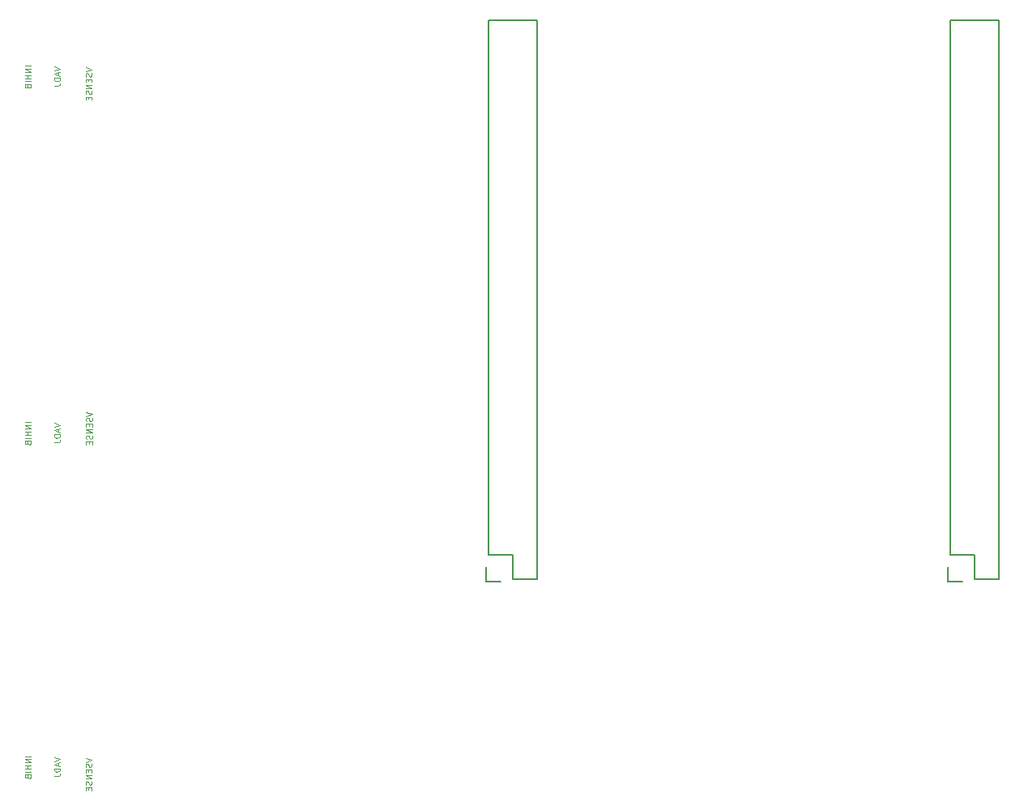
<source format=gbo>
G04 #@! TF.FileFunction,Legend,Bot*
%FSLAX46Y46*%
G04 Gerber Fmt 4.6, Leading zero omitted, Abs format (unit mm)*
G04 Created by KiCad (PCBNEW (2016-05-27 BZR 6836, Git 4441a4b)-product) date 09/15/16 15:21:32*
%MOMM*%
%LPD*%
G01*
G04 APERTURE LIST*
%ADD10C,0.150000*%
%ADD11C,0.101600*%
G04 APERTURE END LIST*
D10*
X291406986Y-70324721D02*
X291406986Y-128744721D01*
X286326986Y-70324721D02*
X286326986Y-126204721D01*
X291406986Y-70324721D02*
X286326986Y-70324721D01*
X291406986Y-128744721D02*
X288866986Y-128744721D01*
X287596986Y-129024721D02*
X286046986Y-129024721D01*
X288866986Y-128744721D02*
X288866986Y-126204721D01*
X288866986Y-126204721D02*
X286326986Y-126204721D01*
X286046986Y-129024721D02*
X286046986Y-127474721D01*
X243116986Y-70364722D02*
X243116986Y-128784722D01*
X238036986Y-70364722D02*
X238036986Y-126244722D01*
X243116986Y-70364722D02*
X238036986Y-70364722D01*
X243116986Y-128784722D02*
X240576986Y-128784722D01*
X239306986Y-129064722D02*
X237756986Y-129064722D01*
X240576986Y-128784722D02*
X240576986Y-126244722D01*
X240576986Y-126244722D02*
X238036986Y-126244722D01*
X237756986Y-129064722D02*
X237756986Y-127514722D01*
D11*
X195938261Y-75290612D02*
X196573261Y-75502279D01*
X195938261Y-75713945D01*
X196543023Y-75895374D02*
X196573261Y-75986088D01*
X196573261Y-76137279D01*
X196543023Y-76197755D01*
X196512785Y-76227993D01*
X196452309Y-76258231D01*
X196391833Y-76258231D01*
X196331357Y-76227993D01*
X196301119Y-76197755D01*
X196270880Y-76137279D01*
X196240642Y-76016326D01*
X196210404Y-75955850D01*
X196180166Y-75925612D01*
X196119690Y-75895374D01*
X196059214Y-75895374D01*
X195998738Y-75925612D01*
X195968500Y-75955850D01*
X195938261Y-76016326D01*
X195938261Y-76167517D01*
X195968500Y-76258231D01*
X196240642Y-76530374D02*
X196240642Y-76742041D01*
X196573261Y-76832755D02*
X196573261Y-76530374D01*
X195938261Y-76530374D01*
X195938261Y-76832755D01*
X196573261Y-77104898D02*
X195938261Y-77104898D01*
X196573261Y-77467755D01*
X195938261Y-77467755D01*
X196543023Y-77739898D02*
X196573261Y-77830612D01*
X196573261Y-77981803D01*
X196543023Y-78042279D01*
X196512785Y-78072517D01*
X196452309Y-78102755D01*
X196391833Y-78102755D01*
X196331357Y-78072517D01*
X196301119Y-78042279D01*
X196270880Y-77981803D01*
X196240642Y-77860850D01*
X196210404Y-77800374D01*
X196180166Y-77770136D01*
X196119690Y-77739898D01*
X196059214Y-77739898D01*
X195998738Y-77770136D01*
X195968500Y-77800374D01*
X195938261Y-77860850D01*
X195938261Y-78012041D01*
X195968500Y-78102755D01*
X196240642Y-78374898D02*
X196240642Y-78586564D01*
X196573261Y-78677279D02*
X196573261Y-78374898D01*
X195938261Y-78374898D01*
X195938261Y-78677279D01*
X192636261Y-75208969D02*
X193271261Y-75420636D01*
X192636261Y-75632303D01*
X193089833Y-75813731D02*
X193089833Y-76116112D01*
X193271261Y-75753255D02*
X192636261Y-75964922D01*
X193271261Y-76176588D01*
X193271261Y-76388255D02*
X192636261Y-76388255D01*
X192636261Y-76539445D01*
X192666500Y-76630160D01*
X192726976Y-76690636D01*
X192787452Y-76720874D01*
X192908404Y-76751112D01*
X192999119Y-76751112D01*
X193120071Y-76720874D01*
X193180547Y-76690636D01*
X193241023Y-76630160D01*
X193271261Y-76539445D01*
X193271261Y-76388255D01*
X192636261Y-77204684D02*
X193089833Y-77204684D01*
X193180547Y-77174445D01*
X193241023Y-77113969D01*
X193271261Y-77023255D01*
X193271261Y-76962779D01*
X190223261Y-75118255D02*
X189588261Y-75118255D01*
X190223261Y-75420636D02*
X189588261Y-75420636D01*
X190223261Y-75783493D01*
X189588261Y-75783493D01*
X190223261Y-76085874D02*
X189588261Y-76085874D01*
X189890642Y-76085874D02*
X189890642Y-76448731D01*
X190223261Y-76448731D02*
X189588261Y-76448731D01*
X190223261Y-76751112D02*
X189588261Y-76751112D01*
X189890642Y-77265160D02*
X189920880Y-77355874D01*
X189951119Y-77386112D01*
X190011595Y-77416350D01*
X190102309Y-77416350D01*
X190162785Y-77386112D01*
X190193023Y-77355874D01*
X190223261Y-77295398D01*
X190223261Y-77053493D01*
X189588261Y-77053493D01*
X189588261Y-77265160D01*
X189618500Y-77325636D01*
X189648738Y-77355874D01*
X189709214Y-77386112D01*
X189769690Y-77386112D01*
X189830166Y-77355874D01*
X189860404Y-77325636D01*
X189890642Y-77265160D01*
X189890642Y-77053493D01*
X195994261Y-111306428D02*
X196629261Y-111518095D01*
X195994261Y-111729761D01*
X196599023Y-111911190D02*
X196629261Y-112001904D01*
X196629261Y-112153095D01*
X196599023Y-112213571D01*
X196568785Y-112243809D01*
X196508309Y-112274047D01*
X196447833Y-112274047D01*
X196387357Y-112243809D01*
X196357119Y-112213571D01*
X196326880Y-112153095D01*
X196296642Y-112032142D01*
X196266404Y-111971666D01*
X196236166Y-111941428D01*
X196175690Y-111911190D01*
X196115214Y-111911190D01*
X196054738Y-111941428D01*
X196024500Y-111971666D01*
X195994261Y-112032142D01*
X195994261Y-112183333D01*
X196024500Y-112274047D01*
X196296642Y-112546190D02*
X196296642Y-112757857D01*
X196629261Y-112848571D02*
X196629261Y-112546190D01*
X195994261Y-112546190D01*
X195994261Y-112848571D01*
X196629261Y-113120714D02*
X195994261Y-113120714D01*
X196629261Y-113483571D01*
X195994261Y-113483571D01*
X196599023Y-113755714D02*
X196629261Y-113846428D01*
X196629261Y-113997619D01*
X196599023Y-114058095D01*
X196568785Y-114088333D01*
X196508309Y-114118571D01*
X196447833Y-114118571D01*
X196387357Y-114088333D01*
X196357119Y-114058095D01*
X196326880Y-113997619D01*
X196296642Y-113876666D01*
X196266404Y-113816190D01*
X196236166Y-113785952D01*
X196175690Y-113755714D01*
X196115214Y-113755714D01*
X196054738Y-113785952D01*
X196024500Y-113816190D01*
X195994261Y-113876666D01*
X195994261Y-114027857D01*
X196024500Y-114118571D01*
X196296642Y-114390714D02*
X196296642Y-114602380D01*
X196629261Y-114693095D02*
X196629261Y-114390714D01*
X195994261Y-114390714D01*
X195994261Y-114693095D01*
X192636261Y-112480785D02*
X193271261Y-112692452D01*
X192636261Y-112904119D01*
X193089833Y-113085547D02*
X193089833Y-113387928D01*
X193271261Y-113025071D02*
X192636261Y-113236738D01*
X193271261Y-113448404D01*
X193271261Y-113660071D02*
X192636261Y-113660071D01*
X192636261Y-113811261D01*
X192666500Y-113901976D01*
X192726976Y-113962452D01*
X192787452Y-113992690D01*
X192908404Y-114022928D01*
X192999119Y-114022928D01*
X193120071Y-113992690D01*
X193180547Y-113962452D01*
X193241023Y-113901976D01*
X193271261Y-113811261D01*
X193271261Y-113660071D01*
X192636261Y-114476500D02*
X193089833Y-114476500D01*
X193180547Y-114446261D01*
X193241023Y-114385785D01*
X193271261Y-114295071D01*
X193271261Y-114234595D01*
X190223261Y-112390071D02*
X189588261Y-112390071D01*
X190223261Y-112692452D02*
X189588261Y-112692452D01*
X190223261Y-113055309D01*
X189588261Y-113055309D01*
X190223261Y-113357690D02*
X189588261Y-113357690D01*
X189890642Y-113357690D02*
X189890642Y-113720547D01*
X190223261Y-113720547D02*
X189588261Y-113720547D01*
X190223261Y-114022928D02*
X189588261Y-114022928D01*
X189890642Y-114536976D02*
X189920880Y-114627690D01*
X189951119Y-114657928D01*
X190011595Y-114688166D01*
X190102309Y-114688166D01*
X190162785Y-114657928D01*
X190193023Y-114627690D01*
X190223261Y-114567214D01*
X190223261Y-114325309D01*
X189588261Y-114325309D01*
X189588261Y-114536976D01*
X189618500Y-114597452D01*
X189648738Y-114627690D01*
X189709214Y-114657928D01*
X189769690Y-114657928D01*
X189830166Y-114627690D01*
X189860404Y-114597452D01*
X189890642Y-114536976D01*
X189890642Y-114325309D01*
X195938261Y-147459616D02*
X196573261Y-147671283D01*
X195938261Y-147882949D01*
X196543023Y-148064378D02*
X196573261Y-148155092D01*
X196573261Y-148306283D01*
X196543023Y-148366759D01*
X196512785Y-148396997D01*
X196452309Y-148427235D01*
X196391833Y-148427235D01*
X196331357Y-148396997D01*
X196301119Y-148366759D01*
X196270880Y-148306283D01*
X196240642Y-148185330D01*
X196210404Y-148124854D01*
X196180166Y-148094616D01*
X196119690Y-148064378D01*
X196059214Y-148064378D01*
X195998738Y-148094616D01*
X195968500Y-148124854D01*
X195938261Y-148185330D01*
X195938261Y-148336521D01*
X195968500Y-148427235D01*
X196240642Y-148699378D02*
X196240642Y-148911045D01*
X196573261Y-149001759D02*
X196573261Y-148699378D01*
X195938261Y-148699378D01*
X195938261Y-149001759D01*
X196573261Y-149273902D02*
X195938261Y-149273902D01*
X196573261Y-149636759D01*
X195938261Y-149636759D01*
X196543023Y-149908902D02*
X196573261Y-149999616D01*
X196573261Y-150150807D01*
X196543023Y-150211283D01*
X196512785Y-150241521D01*
X196452309Y-150271759D01*
X196391833Y-150271759D01*
X196331357Y-150241521D01*
X196301119Y-150211283D01*
X196270880Y-150150807D01*
X196240642Y-150029854D01*
X196210404Y-149969378D01*
X196180166Y-149939140D01*
X196119690Y-149908902D01*
X196059214Y-149908902D01*
X195998738Y-149939140D01*
X195968500Y-149969378D01*
X195938261Y-150029854D01*
X195938261Y-150181045D01*
X195968500Y-150271759D01*
X196240642Y-150543902D02*
X196240642Y-150755568D01*
X196573261Y-150846283D02*
X196573261Y-150543902D01*
X195938261Y-150543902D01*
X195938261Y-150846283D01*
X192636261Y-147377973D02*
X193271261Y-147589640D01*
X192636261Y-147801307D01*
X193089833Y-147982735D02*
X193089833Y-148285116D01*
X193271261Y-147922259D02*
X192636261Y-148133926D01*
X193271261Y-148345592D01*
X193271261Y-148557259D02*
X192636261Y-148557259D01*
X192636261Y-148708449D01*
X192666500Y-148799164D01*
X192726976Y-148859640D01*
X192787452Y-148889878D01*
X192908404Y-148920116D01*
X192999119Y-148920116D01*
X193120071Y-148889878D01*
X193180547Y-148859640D01*
X193241023Y-148799164D01*
X193271261Y-148708449D01*
X193271261Y-148557259D01*
X192636261Y-149373688D02*
X193089833Y-149373688D01*
X193180547Y-149343449D01*
X193241023Y-149282973D01*
X193271261Y-149192259D01*
X193271261Y-149131783D01*
X190223261Y-147287259D02*
X189588261Y-147287259D01*
X190223261Y-147589640D02*
X189588261Y-147589640D01*
X190223261Y-147952497D01*
X189588261Y-147952497D01*
X190223261Y-148254878D02*
X189588261Y-148254878D01*
X189890642Y-148254878D02*
X189890642Y-148617735D01*
X190223261Y-148617735D02*
X189588261Y-148617735D01*
X190223261Y-148920116D02*
X189588261Y-148920116D01*
X189890642Y-149434164D02*
X189920880Y-149524878D01*
X189951119Y-149555116D01*
X190011595Y-149585354D01*
X190102309Y-149585354D01*
X190162785Y-149555116D01*
X190193023Y-149524878D01*
X190223261Y-149464402D01*
X190223261Y-149222497D01*
X189588261Y-149222497D01*
X189588261Y-149434164D01*
X189618500Y-149494640D01*
X189648738Y-149524878D01*
X189709214Y-149555116D01*
X189769690Y-149555116D01*
X189830166Y-149524878D01*
X189860404Y-149494640D01*
X189890642Y-149434164D01*
X189890642Y-149222497D01*
M02*

</source>
